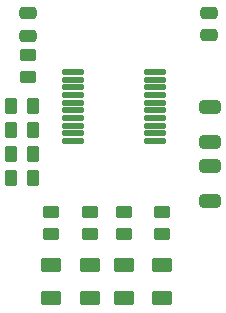
<source format=gbr>
%TF.GenerationSoftware,KiCad,Pcbnew,6.99.0-unknown-08a8a20794~162~ubuntu22.04.1*%
%TF.CreationDate,2022-12-21T10:25:03+01:00*%
%TF.ProjectId,usb_relay,7573625f-7265-46c6-9179-2e6b69636164,rev?*%
%TF.SameCoordinates,Original*%
%TF.FileFunction,Paste,Top*%
%TF.FilePolarity,Positive*%
%FSLAX46Y46*%
G04 Gerber Fmt 4.6, Leading zero omitted, Abs format (unit mm)*
G04 Created by KiCad (PCBNEW 6.99.0-unknown-08a8a20794~162~ubuntu22.04.1) date 2022-12-21 10:25:03*
%MOMM*%
%LPD*%
G01*
G04 APERTURE LIST*
G04 Aperture macros list*
%AMRoundRect*
0 Rectangle with rounded corners*
0 $1 Rounding radius*
0 $2 $3 $4 $5 $6 $7 $8 $9 X,Y pos of 4 corners*
0 Add a 4 corners polygon primitive as box body*
4,1,4,$2,$3,$4,$5,$6,$7,$8,$9,$2,$3,0*
0 Add four circle primitives for the rounded corners*
1,1,$1+$1,$2,$3*
1,1,$1+$1,$4,$5*
1,1,$1+$1,$6,$7*
1,1,$1+$1,$8,$9*
0 Add four rect primitives between the rounded corners*
20,1,$1+$1,$2,$3,$4,$5,0*
20,1,$1+$1,$4,$5,$6,$7,0*
20,1,$1+$1,$6,$7,$8,$9,0*
20,1,$1+$1,$8,$9,$2,$3,0*%
G04 Aperture macros list end*
%ADD10RoundRect,0.250000X-0.650000X0.325000X-0.650000X-0.325000X0.650000X-0.325000X0.650000X0.325000X0*%
%ADD11RoundRect,0.250000X-0.262500X-0.450000X0.262500X-0.450000X0.262500X0.450000X-0.262500X0.450000X0*%
%ADD12RoundRect,0.250000X-0.450000X0.262500X-0.450000X-0.262500X0.450000X-0.262500X0.450000X0.262500X0*%
%ADD13RoundRect,0.250000X-0.475000X0.250000X-0.475000X-0.250000X0.475000X-0.250000X0.475000X0.250000X0*%
%ADD14RoundRect,0.250000X-0.625000X0.375000X-0.625000X-0.375000X0.625000X-0.375000X0.625000X0.375000X0*%
%ADD15RoundRect,0.250000X0.450000X-0.262500X0.450000X0.262500X-0.450000X0.262500X-0.450000X-0.262500X0*%
%ADD16RoundRect,0.250000X0.650000X-0.325000X0.650000X0.325000X-0.650000X0.325000X-0.650000X-0.325000X0*%
%ADD17RoundRect,0.125000X-0.825000X-0.125000X0.825000X-0.125000X0.825000X0.125000X-0.825000X0.125000X0*%
%ADD18RoundRect,0.250000X0.262500X0.450000X-0.262500X0.450000X-0.262500X-0.450000X0.262500X-0.450000X0*%
G04 APERTURE END LIST*
D10*
%TO.C,C4*%
X208280000Y-97380000D03*
X208280000Y-100330000D03*
%TD*%
D11*
%TO.C,R6*%
X191469000Y-92329000D03*
X193294000Y-92329000D03*
%TD*%
D12*
%TO.C,R1*%
X192913000Y-88011000D03*
X192913000Y-89836000D03*
%TD*%
D11*
%TO.C,R8*%
X191469000Y-96393000D03*
X193294000Y-96393000D03*
%TD*%
D13*
%TO.C,C2*%
X192887600Y-84460000D03*
X192887600Y-86360000D03*
%TD*%
%TO.C,C1*%
X208229200Y-84444800D03*
X208229200Y-86344800D03*
%TD*%
D14*
%TO.C,D4*%
X201041000Y-105785000D03*
X201041000Y-108585000D03*
%TD*%
%TO.C,D2*%
X194818000Y-105788000D03*
X194818000Y-108588000D03*
%TD*%
%TO.C,D3*%
X204216000Y-105785000D03*
X204216000Y-108585000D03*
%TD*%
D12*
%TO.C,R4*%
X198120000Y-101322500D03*
X198120000Y-103147500D03*
%TD*%
D15*
%TO.C,R2*%
X204216000Y-103147500D03*
X204216000Y-101322500D03*
%TD*%
D16*
%TO.C,C3*%
X208280000Y-95328000D03*
X208280000Y-92378000D03*
%TD*%
D17*
%TO.C,U1*%
X196652000Y-89429400D03*
X196652000Y-90079400D03*
X196652000Y-90729400D03*
X196652000Y-91379400D03*
X196652000Y-92029400D03*
X196652000Y-92679400D03*
X196652000Y-93329400D03*
X196652000Y-93979400D03*
X196652000Y-94629400D03*
X196652000Y-95279400D03*
X203652000Y-95279400D03*
X203652000Y-94629400D03*
X203652000Y-93979400D03*
X203652000Y-93329400D03*
X203652000Y-92679400D03*
X203652000Y-92029400D03*
X203652000Y-91379400D03*
X203652000Y-90729400D03*
X203652000Y-90079400D03*
X203652000Y-89429400D03*
%TD*%
D11*
%TO.C,R9*%
X191469000Y-94361000D03*
X193294000Y-94361000D03*
%TD*%
D18*
%TO.C,R7*%
X193294000Y-98425000D03*
X191469000Y-98425000D03*
%TD*%
D12*
%TO.C,R3*%
X201041000Y-101322500D03*
X201041000Y-103147500D03*
%TD*%
D14*
%TO.C,D1*%
X198120000Y-105788000D03*
X198120000Y-108588000D03*
%TD*%
D12*
%TO.C,R5*%
X194818000Y-101322500D03*
X194818000Y-103147500D03*
%TD*%
M02*

</source>
